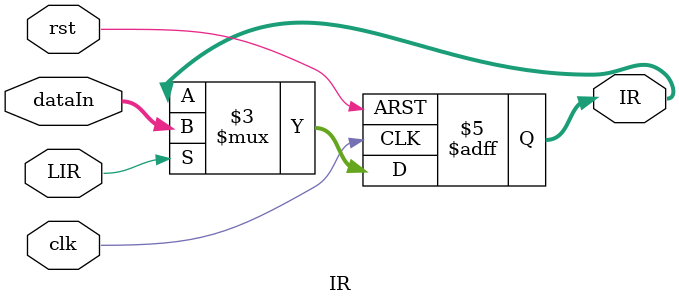
<source format=v>
module IR(input clk, rst, input LIR, input [7:0] dataIn, output reg [7:0] IR);
  always@(posedge clk, posedge rst) begin
    if(rst)
      IR <= 8'b0;
    else
      if(LIR)
        IR <= dataIn;
      else
        IR <= IR;
  end
endmodule 

</source>
